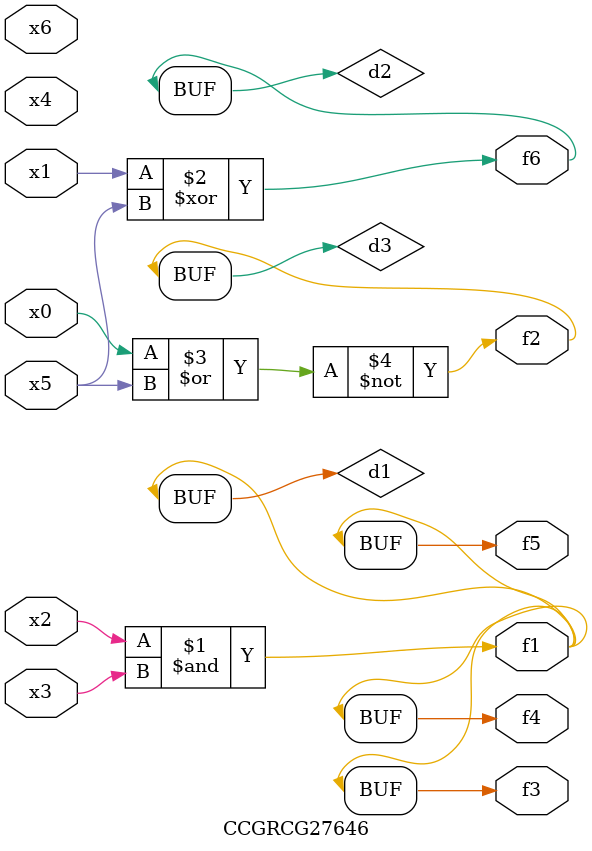
<source format=v>
module CCGRCG27646(
	input x0, x1, x2, x3, x4, x5, x6,
	output f1, f2, f3, f4, f5, f6
);

	wire d1, d2, d3;

	and (d1, x2, x3);
	xor (d2, x1, x5);
	nor (d3, x0, x5);
	assign f1 = d1;
	assign f2 = d3;
	assign f3 = d1;
	assign f4 = d1;
	assign f5 = d1;
	assign f6 = d2;
endmodule

</source>
